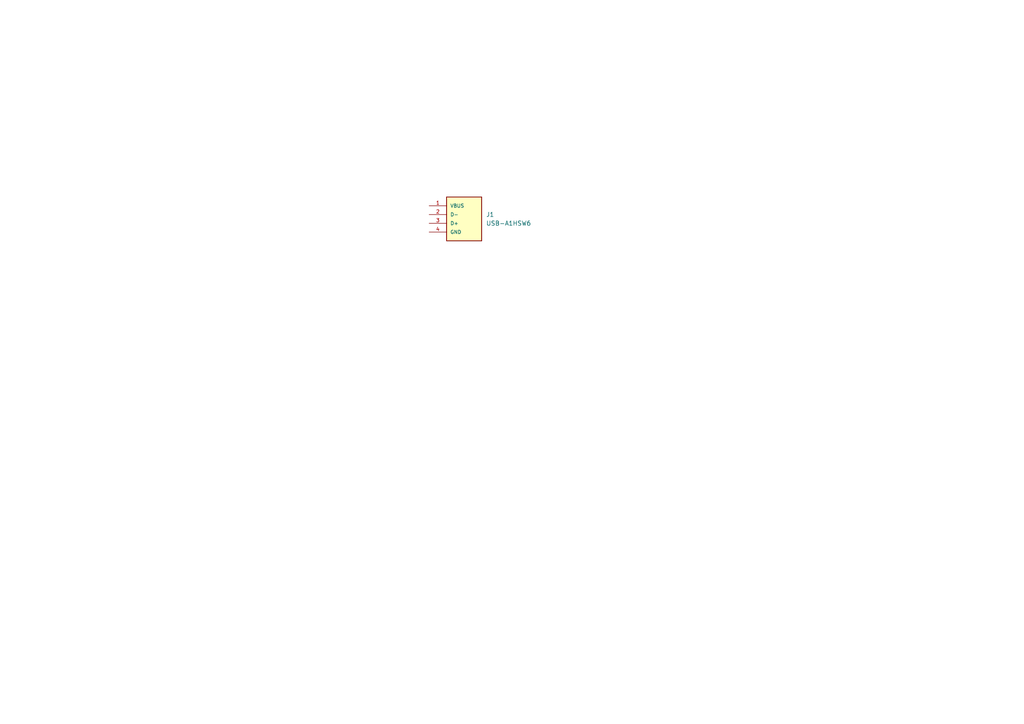
<source format=kicad_sch>
(kicad_sch
	(version 20231120)
	(generator "eeschema")
	(generator_version "8.0")
	(uuid "aeb76555-7d80-4f6a-993b-1be19aa7bef2")
	(paper "A4")
	(lib_symbols
		(symbol "USB-A1HSW6:USB-A1HSW6"
			(pin_names
				(offset 1.016)
			)
			(exclude_from_sim no)
			(in_bom yes)
			(on_board yes)
			(property "Reference" "J"
				(at -5.0818 8.898 0)
				(effects
					(font
						(size 1.27 1.27)
					)
					(justify left bottom)
				)
			)
			(property "Value" "USB-A1HSW6"
				(at -5.0836 -7.6344 0)
				(effects
					(font
						(size 1.27 1.27)
					)
					(justify left bottom)
				)
			)
			(property "Footprint" "USB-A1HSW6:OST_USB-A1HSW6"
				(at 0 0 0)
				(effects
					(font
						(size 1.27 1.27)
					)
					(justify bottom)
					(hide yes)
				)
			)
			(property "Datasheet" ""
				(at 0 0 0)
				(effects
					(font
						(size 1.27 1.27)
					)
					(hide yes)
				)
			)
			(property "Description" ""
				(at 0 0 0)
				(effects
					(font
						(size 1.27 1.27)
					)
					(hide yes)
				)
			)
			(property "MF" "On Shore"
				(at 0 0 0)
				(effects
					(font
						(size 1.27 1.27)
					)
					(justify bottom)
					(hide yes)
				)
			)
			(property "MAXIMUM_PACKAGE_HEIGHT" "7.1 mm"
				(at 0 0 0)
				(effects
					(font
						(size 1.27 1.27)
					)
					(justify bottom)
					(hide yes)
				)
			)
			(property "Package" "None"
				(at 0 0 0)
				(effects
					(font
						(size 1.27 1.27)
					)
					(justify bottom)
					(hide yes)
				)
			)
			(property "Price" "None"
				(at 0 0 0)
				(effects
					(font
						(size 1.27 1.27)
					)
					(justify bottom)
					(hide yes)
				)
			)
			(property "Check_prices" "https://www.snapeda.com/parts/USB-A1HSW6/On+Shore+Technology+Inc./view-part/?ref=eda"
				(at 0 0 0)
				(effects
					(font
						(size 1.27 1.27)
					)
					(justify bottom)
					(hide yes)
				)
			)
			(property "STANDARD" "Manufacturer Recommendations"
				(at 0 0 0)
				(effects
					(font
						(size 1.27 1.27)
					)
					(justify bottom)
					(hide yes)
				)
			)
			(property "PARTREV" "A"
				(at 0 0 0)
				(effects
					(font
						(size 1.27 1.27)
					)
					(justify bottom)
					(hide yes)
				)
			)
			(property "SnapEDA_Link" "https://www.snapeda.com/parts/USB-A1HSW6/On+Shore+Technology+Inc./view-part/?ref=snap"
				(at 0 0 0)
				(effects
					(font
						(size 1.27 1.27)
					)
					(justify bottom)
					(hide yes)
				)
			)
			(property "MP" "USB-A1HSW6"
				(at 0 0 0)
				(effects
					(font
						(size 1.27 1.27)
					)
					(justify bottom)
					(hide yes)
				)
			)
			(property "Description_1" "\n                        \n                            USB-A (USB TYPE-A) - Receptacle Connector 4 Position Through Hole, Right Angle\n                        \n"
				(at 0 0 0)
				(effects
					(font
						(size 1.27 1.27)
					)
					(justify bottom)
					(hide yes)
				)
			)
			(property "Availability" "In Stock"
				(at 0 0 0)
				(effects
					(font
						(size 1.27 1.27)
					)
					(justify bottom)
					(hide yes)
				)
			)
			(property "MANUFACTURER" "On Shore"
				(at 0 0 0)
				(effects
					(font
						(size 1.27 1.27)
					)
					(justify bottom)
					(hide yes)
				)
			)
			(symbol "USB-A1HSW6_0_0"
				(rectangle
					(start -5.08 -5.08)
					(end 5.08 7.62)
					(stroke
						(width 0.254)
						(type default)
					)
					(fill
						(type background)
					)
				)
				(pin power_in line
					(at -10.16 5.08 0)
					(length 5.08)
					(name "VBUS"
						(effects
							(font
								(size 1.016 1.016)
							)
						)
					)
					(number "1"
						(effects
							(font
								(size 1.016 1.016)
							)
						)
					)
				)
				(pin bidirectional line
					(at -10.16 2.54 0)
					(length 5.08)
					(name "D-"
						(effects
							(font
								(size 1.016 1.016)
							)
						)
					)
					(number "2"
						(effects
							(font
								(size 1.016 1.016)
							)
						)
					)
				)
				(pin bidirectional line
					(at -10.16 0 0)
					(length 5.08)
					(name "D+"
						(effects
							(font
								(size 1.016 1.016)
							)
						)
					)
					(number "3"
						(effects
							(font
								(size 1.016 1.016)
							)
						)
					)
				)
				(pin power_in line
					(at -10.16 -2.54 0)
					(length 5.08)
					(name "GND"
						(effects
							(font
								(size 1.016 1.016)
							)
						)
					)
					(number "4"
						(effects
							(font
								(size 1.016 1.016)
							)
						)
					)
				)
			)
		)
	)
	(symbol
		(lib_id "USB-A1HSW6:USB-A1HSW6")
		(at 134.62 64.77 0)
		(unit 1)
		(exclude_from_sim no)
		(in_bom yes)
		(on_board yes)
		(dnp no)
		(fields_autoplaced yes)
		(uuid "3cd02f48-d17c-418f-9f84-e049d402db36")
		(property "Reference" "J1"
			(at 140.97 62.2299 0)
			(effects
				(font
					(size 1.27 1.27)
				)
				(justify left)
			)
		)
		(property "Value" "USB-A1HSW6"
			(at 140.97 64.7699 0)
			(effects
				(font
					(size 1.27 1.27)
				)
				(justify left)
			)
		)
		(property "Footprint" "USB-A1HSW6:OST_USB-A1HSW6"
			(at 134.62 64.77 0)
			(effects
				(font
					(size 1.27 1.27)
				)
				(justify bottom)
				(hide yes)
			)
		)
		(property "Datasheet" ""
			(at 134.62 64.77 0)
			(effects
				(font
					(size 1.27 1.27)
				)
				(hide yes)
			)
		)
		(property "Description" ""
			(at 134.62 64.77 0)
			(effects
				(font
					(size 1.27 1.27)
				)
				(hide yes)
			)
		)
		(property "MF" "On Shore"
			(at 134.62 64.77 0)
			(effects
				(font
					(size 1.27 1.27)
				)
				(justify bottom)
				(hide yes)
			)
		)
		(property "MAXIMUM_PACKAGE_HEIGHT" "7.1 mm"
			(at 134.62 64.77 0)
			(effects
				(font
					(size 1.27 1.27)
				)
				(justify bottom)
				(hide yes)
			)
		)
		(property "Package" "None"
			(at 134.62 64.77 0)
			(effects
				(font
					(size 1.27 1.27)
				)
				(justify bottom)
				(hide yes)
			)
		)
		(property "Price" "None"
			(at 134.62 64.77 0)
			(effects
				(font
					(size 1.27 1.27)
				)
				(justify bottom)
				(hide yes)
			)
		)
		(property "Check_prices" "https://www.snapeda.com/parts/USB-A1HSW6/On+Shore+Technology+Inc./view-part/?ref=eda"
			(at 134.62 64.77 0)
			(effects
				(font
					(size 1.27 1.27)
				)
				(justify bottom)
				(hide yes)
			)
		)
		(property "STANDARD" "Manufacturer Recommendations"
			(at 134.62 64.77 0)
			(effects
				(font
					(size 1.27 1.27)
				)
				(justify bottom)
				(hide yes)
			)
		)
		(property "PARTREV" "A"
			(at 134.62 64.77 0)
			(effects
				(font
					(size 1.27 1.27)
				)
				(justify bottom)
				(hide yes)
			)
		)
		(property "SnapEDA_Link" "https://www.snapeda.com/parts/USB-A1HSW6/On+Shore+Technology+Inc./view-part/?ref=snap"
			(at 134.62 64.77 0)
			(effects
				(font
					(size 1.27 1.27)
				)
				(justify bottom)
				(hide yes)
			)
		)
		(property "MP" "USB-A1HSW6"
			(at 134.62 64.77 0)
			(effects
				(font
					(size 1.27 1.27)
				)
				(justify bottom)
				(hide yes)
			)
		)
		(property "Description_1" "\n                        \n                            USB-A (USB TYPE-A) - Receptacle Connector 4 Position Through Hole, Right Angle\n                        \n"
			(at 134.62 64.77 0)
			(effects
				(font
					(size 1.27 1.27)
				)
				(justify bottom)
				(hide yes)
			)
		)
		(property "Availability" "In Stock"
			(at 134.62 64.77 0)
			(effects
				(font
					(size 1.27 1.27)
				)
				(justify bottom)
				(hide yes)
			)
		)
		(property "MANUFACTURER" "On Shore"
			(at 134.62 64.77 0)
			(effects
				(font
					(size 1.27 1.27)
				)
				(justify bottom)
				(hide yes)
			)
		)
		(pin "2"
			(uuid "2e259ff9-8ae0-4578-8fd7-ec5522125af6")
		)
		(pin "3"
			(uuid "0df57ea2-0404-451a-9f57-fde08b627225")
		)
		(pin "1"
			(uuid "fbbc7f93-5304-4d3c-ada0-7a99f02615ca")
		)
		(pin "4"
			(uuid "6712a510-eb15-4795-8332-88990e1c273a")
		)
		(instances
			(project ""
				(path "/aeb76555-7d80-4f6a-993b-1be19aa7bef2"
					(reference "J1")
					(unit 1)
				)
			)
		)
	)
	(sheet_instances
		(path "/"
			(page "1")
		)
	)
)

</source>
